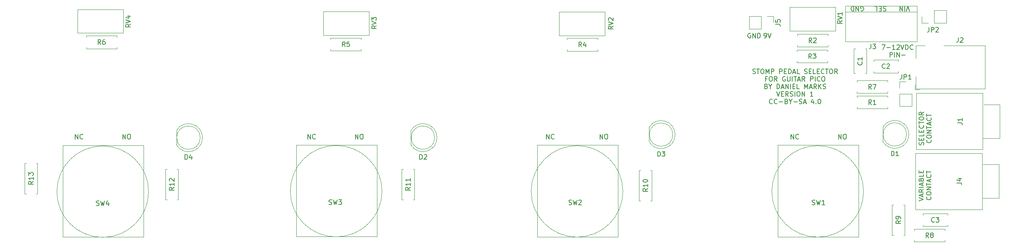
<source format=gbr>
%TF.GenerationSoftware,KiCad,Pcbnew,(6.0.11)*%
%TF.CreationDate,2024-02-11T12:33:00-06:00*%
%TF.ProjectId,StompBox,53746f6d-7042-46f7-982e-6b696361645f,rev?*%
%TF.SameCoordinates,Original*%
%TF.FileFunction,Legend,Top*%
%TF.FilePolarity,Positive*%
%FSLAX46Y46*%
G04 Gerber Fmt 4.6, Leading zero omitted, Abs format (unit mm)*
G04 Created by KiCad (PCBNEW (6.0.11)) date 2024-02-11 12:33:00*
%MOMM*%
%LPD*%
G01*
G04 APERTURE LIST*
%ADD10C,0.150000*%
%ADD11C,0.120000*%
%ADD12C,0.100000*%
G04 APERTURE END LIST*
D10*
X210796285Y-90622380D02*
X210796285Y-89622380D01*
X211367714Y-90622380D01*
X211367714Y-89622380D01*
X212415333Y-90527142D02*
X212367714Y-90574761D01*
X212224857Y-90622380D01*
X212129619Y-90622380D01*
X211986761Y-90574761D01*
X211891523Y-90479523D01*
X211843904Y-90384285D01*
X211796285Y-90193809D01*
X211796285Y-90050952D01*
X211843904Y-89860476D01*
X211891523Y-89765238D01*
X211986761Y-89670000D01*
X212129619Y-89622380D01*
X212224857Y-89622380D01*
X212367714Y-89670000D01*
X212415333Y-89717619D01*
X68532476Y-90622380D02*
X68532476Y-89622380D01*
X69103904Y-90622380D01*
X69103904Y-89622380D01*
X69770571Y-89622380D02*
X69961047Y-89622380D01*
X70056285Y-89670000D01*
X70151523Y-89765238D01*
X70199142Y-89955714D01*
X70199142Y-90289047D01*
X70151523Y-90479523D01*
X70056285Y-90574761D01*
X69961047Y-90622380D01*
X69770571Y-90622380D01*
X69675333Y-90574761D01*
X69580095Y-90479523D01*
X69532476Y-90289047D01*
X69532476Y-89955714D01*
X69580095Y-89765238D01*
X69675333Y-89670000D01*
X69770571Y-89622380D01*
X236007238Y-63307619D02*
X235673904Y-62307619D01*
X235340571Y-63307619D01*
X235007238Y-62307619D02*
X235007238Y-63307619D01*
X234531047Y-62307619D02*
X234531047Y-63307619D01*
X233959619Y-62307619D01*
X233959619Y-63307619D01*
X231034857Y-62355238D02*
X230892000Y-62307619D01*
X230653904Y-62307619D01*
X230558666Y-62355238D01*
X230511047Y-62402857D01*
X230463428Y-62498095D01*
X230463428Y-62593333D01*
X230511047Y-62688571D01*
X230558666Y-62736190D01*
X230653904Y-62783809D01*
X230844380Y-62831428D01*
X230939619Y-62879047D01*
X230987238Y-62926666D01*
X231034857Y-63021904D01*
X231034857Y-63117142D01*
X230987238Y-63212380D01*
X230939619Y-63260000D01*
X230844380Y-63307619D01*
X230606285Y-63307619D01*
X230463428Y-63260000D01*
X230034857Y-62831428D02*
X229701523Y-62831428D01*
X229558666Y-62307619D02*
X230034857Y-62307619D01*
X230034857Y-63307619D01*
X229558666Y-63307619D01*
X228653904Y-62307619D02*
X229130095Y-62307619D01*
X229130095Y-63307619D01*
X239031761Y-91910000D02*
X239079380Y-91767142D01*
X239079380Y-91529047D01*
X239031761Y-91433809D01*
X238984142Y-91386190D01*
X238888904Y-91338571D01*
X238793666Y-91338571D01*
X238698428Y-91386190D01*
X238650809Y-91433809D01*
X238603190Y-91529047D01*
X238555571Y-91719523D01*
X238507952Y-91814761D01*
X238460333Y-91862380D01*
X238365095Y-91910000D01*
X238269857Y-91910000D01*
X238174619Y-91862380D01*
X238127000Y-91814761D01*
X238079380Y-91719523D01*
X238079380Y-91481428D01*
X238127000Y-91338571D01*
X238555571Y-90910000D02*
X238555571Y-90576666D01*
X239079380Y-90433809D02*
X239079380Y-90910000D01*
X238079380Y-90910000D01*
X238079380Y-90433809D01*
X239079380Y-89529047D02*
X239079380Y-90005238D01*
X238079380Y-90005238D01*
X238555571Y-89195714D02*
X238555571Y-88862380D01*
X239079380Y-88719523D02*
X239079380Y-89195714D01*
X238079380Y-89195714D01*
X238079380Y-88719523D01*
X238984142Y-87719523D02*
X239031761Y-87767142D01*
X239079380Y-87910000D01*
X239079380Y-88005238D01*
X239031761Y-88148095D01*
X238936523Y-88243333D01*
X238841285Y-88290952D01*
X238650809Y-88338571D01*
X238507952Y-88338571D01*
X238317476Y-88290952D01*
X238222238Y-88243333D01*
X238127000Y-88148095D01*
X238079380Y-88005238D01*
X238079380Y-87910000D01*
X238127000Y-87767142D01*
X238174619Y-87719523D01*
X238079380Y-87433809D02*
X238079380Y-86862380D01*
X239079380Y-87148095D02*
X238079380Y-87148095D01*
X238079380Y-86338571D02*
X238079380Y-86148095D01*
X238127000Y-86052857D01*
X238222238Y-85957619D01*
X238412714Y-85910000D01*
X238746047Y-85910000D01*
X238936523Y-85957619D01*
X239031761Y-86052857D01*
X239079380Y-86148095D01*
X239079380Y-86338571D01*
X239031761Y-86433809D01*
X238936523Y-86529047D01*
X238746047Y-86576666D01*
X238412714Y-86576666D01*
X238222238Y-86529047D01*
X238127000Y-86433809D01*
X238079380Y-86338571D01*
X239079380Y-84910000D02*
X238603190Y-85243333D01*
X239079380Y-85481428D02*
X238079380Y-85481428D01*
X238079380Y-85100476D01*
X238127000Y-85005238D01*
X238174619Y-84957619D01*
X238269857Y-84910000D01*
X238412714Y-84910000D01*
X238507952Y-84957619D01*
X238555571Y-85005238D01*
X238603190Y-85100476D01*
X238603190Y-85481428D01*
X240594142Y-90838571D02*
X240641761Y-90886190D01*
X240689380Y-91029047D01*
X240689380Y-91124285D01*
X240641761Y-91267142D01*
X240546523Y-91362380D01*
X240451285Y-91410000D01*
X240260809Y-91457619D01*
X240117952Y-91457619D01*
X239927476Y-91410000D01*
X239832238Y-91362380D01*
X239737000Y-91267142D01*
X239689380Y-91124285D01*
X239689380Y-91029047D01*
X239737000Y-90886190D01*
X239784619Y-90838571D01*
X239689380Y-90219523D02*
X239689380Y-90029047D01*
X239737000Y-89933809D01*
X239832238Y-89838571D01*
X240022714Y-89790952D01*
X240356047Y-89790952D01*
X240546523Y-89838571D01*
X240641761Y-89933809D01*
X240689380Y-90029047D01*
X240689380Y-90219523D01*
X240641761Y-90314761D01*
X240546523Y-90410000D01*
X240356047Y-90457619D01*
X240022714Y-90457619D01*
X239832238Y-90410000D01*
X239737000Y-90314761D01*
X239689380Y-90219523D01*
X240689380Y-89362380D02*
X239689380Y-89362380D01*
X240689380Y-88790952D01*
X239689380Y-88790952D01*
X239689380Y-88457619D02*
X239689380Y-87886190D01*
X240689380Y-88171904D02*
X239689380Y-88171904D01*
X240403666Y-87600476D02*
X240403666Y-87124285D01*
X240689380Y-87695714D02*
X239689380Y-87362380D01*
X240689380Y-87029047D01*
X240594142Y-86124285D02*
X240641761Y-86171904D01*
X240689380Y-86314761D01*
X240689380Y-86410000D01*
X240641761Y-86552857D01*
X240546523Y-86648095D01*
X240451285Y-86695714D01*
X240260809Y-86743333D01*
X240117952Y-86743333D01*
X239927476Y-86695714D01*
X239832238Y-86648095D01*
X239737000Y-86552857D01*
X239689380Y-86410000D01*
X239689380Y-86314761D01*
X239737000Y-86171904D01*
X239784619Y-86124285D01*
X239689380Y-85838571D02*
X239689380Y-85267142D01*
X240689380Y-85552857D02*
X239689380Y-85552857D01*
X58396285Y-90622380D02*
X58396285Y-89622380D01*
X58967714Y-90622380D01*
X58967714Y-89622380D01*
X60015333Y-90527142D02*
X59967714Y-90574761D01*
X59824857Y-90622380D01*
X59729619Y-90622380D01*
X59586761Y-90574761D01*
X59491523Y-90479523D01*
X59443904Y-90384285D01*
X59396285Y-90193809D01*
X59396285Y-90050952D01*
X59443904Y-89860476D01*
X59491523Y-89765238D01*
X59586761Y-89670000D01*
X59729619Y-89622380D01*
X59824857Y-89622380D01*
X59967714Y-89670000D01*
X60015333Y-89717619D01*
X205120952Y-69032380D02*
X205311428Y-69032380D01*
X205406666Y-68984761D01*
X205454285Y-68937142D01*
X205549523Y-68794285D01*
X205597142Y-68603809D01*
X205597142Y-68222857D01*
X205549523Y-68127619D01*
X205501904Y-68080000D01*
X205406666Y-68032380D01*
X205216190Y-68032380D01*
X205120952Y-68080000D01*
X205073333Y-68127619D01*
X205025714Y-68222857D01*
X205025714Y-68460952D01*
X205073333Y-68556190D01*
X205120952Y-68603809D01*
X205216190Y-68651428D01*
X205406666Y-68651428D01*
X205501904Y-68603809D01*
X205549523Y-68556190D01*
X205597142Y-68460952D01*
X205882857Y-68032380D02*
X206216190Y-69032380D01*
X206549523Y-68032380D01*
X170132476Y-90622380D02*
X170132476Y-89622380D01*
X170703904Y-90622380D01*
X170703904Y-89622380D01*
X171370571Y-89622380D02*
X171561047Y-89622380D01*
X171656285Y-89670000D01*
X171751523Y-89765238D01*
X171799142Y-89955714D01*
X171799142Y-90289047D01*
X171751523Y-90479523D01*
X171656285Y-90574761D01*
X171561047Y-90622380D01*
X171370571Y-90622380D01*
X171275333Y-90574761D01*
X171180095Y-90479523D01*
X171132476Y-90289047D01*
X171132476Y-89955714D01*
X171180095Y-89765238D01*
X171275333Y-89670000D01*
X171370571Y-89622380D01*
X158726285Y-90622380D02*
X158726285Y-89622380D01*
X159297714Y-90622380D01*
X159297714Y-89622380D01*
X160345333Y-90527142D02*
X160297714Y-90574761D01*
X160154857Y-90622380D01*
X160059619Y-90622380D01*
X159916761Y-90574761D01*
X159821523Y-90479523D01*
X159773904Y-90384285D01*
X159726285Y-90193809D01*
X159726285Y-90050952D01*
X159773904Y-89860476D01*
X159821523Y-89765238D01*
X159916761Y-89670000D01*
X160059619Y-89622380D01*
X160154857Y-89622380D01*
X160297714Y-89670000D01*
X160345333Y-89717619D01*
X118062476Y-90622380D02*
X118062476Y-89622380D01*
X118633904Y-90622380D01*
X118633904Y-89622380D01*
X119300571Y-89622380D02*
X119491047Y-89622380D01*
X119586285Y-89670000D01*
X119681523Y-89765238D01*
X119729142Y-89955714D01*
X119729142Y-90289047D01*
X119681523Y-90479523D01*
X119586285Y-90574761D01*
X119491047Y-90622380D01*
X119300571Y-90622380D01*
X119205333Y-90574761D01*
X119110095Y-90479523D01*
X119062476Y-90289047D01*
X119062476Y-89955714D01*
X119110095Y-89765238D01*
X119205333Y-89670000D01*
X119300571Y-89622380D01*
X230158666Y-70507380D02*
X230825333Y-70507380D01*
X230396761Y-71507380D01*
X231206285Y-71126428D02*
X231968190Y-71126428D01*
X232968190Y-71507380D02*
X232396761Y-71507380D01*
X232682476Y-71507380D02*
X232682476Y-70507380D01*
X232587238Y-70650238D01*
X232492000Y-70745476D01*
X232396761Y-70793095D01*
X233349142Y-70602619D02*
X233396761Y-70555000D01*
X233492000Y-70507380D01*
X233730095Y-70507380D01*
X233825333Y-70555000D01*
X233872952Y-70602619D01*
X233920571Y-70697857D01*
X233920571Y-70793095D01*
X233872952Y-70935952D01*
X233301523Y-71507380D01*
X233920571Y-71507380D01*
X234206285Y-70507380D02*
X234539619Y-71507380D01*
X234872952Y-70507380D01*
X235206285Y-71507380D02*
X235206285Y-70507380D01*
X235444380Y-70507380D01*
X235587238Y-70555000D01*
X235682476Y-70650238D01*
X235730095Y-70745476D01*
X235777714Y-70935952D01*
X235777714Y-71078809D01*
X235730095Y-71269285D01*
X235682476Y-71364523D01*
X235587238Y-71459761D01*
X235444380Y-71507380D01*
X235206285Y-71507380D01*
X236777714Y-71412142D02*
X236730095Y-71459761D01*
X236587238Y-71507380D01*
X236492000Y-71507380D01*
X236349142Y-71459761D01*
X236253904Y-71364523D01*
X236206285Y-71269285D01*
X236158666Y-71078809D01*
X236158666Y-70935952D01*
X236206285Y-70745476D01*
X236253904Y-70650238D01*
X236349142Y-70555000D01*
X236492000Y-70507380D01*
X236587238Y-70507380D01*
X236730095Y-70555000D01*
X236777714Y-70602619D01*
X231849142Y-73117380D02*
X231849142Y-72117380D01*
X232230095Y-72117380D01*
X232325333Y-72165000D01*
X232372952Y-72212619D01*
X232420571Y-72307857D01*
X232420571Y-72450714D01*
X232372952Y-72545952D01*
X232325333Y-72593571D01*
X232230095Y-72641190D01*
X231849142Y-72641190D01*
X232849142Y-73117380D02*
X232849142Y-72117380D01*
X233325333Y-73117380D02*
X233325333Y-72117380D01*
X233896761Y-73117380D01*
X233896761Y-72117380D01*
X234372952Y-72736428D02*
X235134857Y-72736428D01*
X202184095Y-68080000D02*
X202088857Y-68032380D01*
X201946000Y-68032380D01*
X201803142Y-68080000D01*
X201707904Y-68175238D01*
X201660285Y-68270476D01*
X201612666Y-68460952D01*
X201612666Y-68603809D01*
X201660285Y-68794285D01*
X201707904Y-68889523D01*
X201803142Y-68984761D01*
X201946000Y-69032380D01*
X202041238Y-69032380D01*
X202184095Y-68984761D01*
X202231714Y-68937142D01*
X202231714Y-68603809D01*
X202041238Y-68603809D01*
X202660285Y-69032380D02*
X202660285Y-68032380D01*
X203231714Y-69032380D01*
X203231714Y-68032380D01*
X203707904Y-69032380D02*
X203707904Y-68032380D01*
X203946000Y-68032380D01*
X204088857Y-68080000D01*
X204184095Y-68175238D01*
X204231714Y-68270476D01*
X204279333Y-68460952D01*
X204279333Y-68603809D01*
X204231714Y-68794285D01*
X204184095Y-68889523D01*
X204088857Y-68984761D01*
X203946000Y-69032380D01*
X203707904Y-69032380D01*
X238029380Y-103845714D02*
X239029380Y-103512380D01*
X238029380Y-103179047D01*
X238743666Y-102893333D02*
X238743666Y-102417142D01*
X239029380Y-102988571D02*
X238029380Y-102655238D01*
X239029380Y-102321904D01*
X239029380Y-101417142D02*
X238553190Y-101750476D01*
X239029380Y-101988571D02*
X238029380Y-101988571D01*
X238029380Y-101607619D01*
X238077000Y-101512380D01*
X238124619Y-101464761D01*
X238219857Y-101417142D01*
X238362714Y-101417142D01*
X238457952Y-101464761D01*
X238505571Y-101512380D01*
X238553190Y-101607619D01*
X238553190Y-101988571D01*
X239029380Y-100988571D02*
X238029380Y-100988571D01*
X238743666Y-100560000D02*
X238743666Y-100083809D01*
X239029380Y-100655238D02*
X238029380Y-100321904D01*
X239029380Y-99988571D01*
X238505571Y-99321904D02*
X238553190Y-99179047D01*
X238600809Y-99131428D01*
X238696047Y-99083809D01*
X238838904Y-99083809D01*
X238934142Y-99131428D01*
X238981761Y-99179047D01*
X239029380Y-99274285D01*
X239029380Y-99655238D01*
X238029380Y-99655238D01*
X238029380Y-99321904D01*
X238077000Y-99226666D01*
X238124619Y-99179047D01*
X238219857Y-99131428D01*
X238315095Y-99131428D01*
X238410333Y-99179047D01*
X238457952Y-99226666D01*
X238505571Y-99321904D01*
X238505571Y-99655238D01*
X239029380Y-98179047D02*
X239029380Y-98655238D01*
X238029380Y-98655238D01*
X238505571Y-97845714D02*
X238505571Y-97512380D01*
X239029380Y-97369523D02*
X239029380Y-97845714D01*
X238029380Y-97845714D01*
X238029380Y-97369523D01*
X240544142Y-102988571D02*
X240591761Y-103036190D01*
X240639380Y-103179047D01*
X240639380Y-103274285D01*
X240591761Y-103417142D01*
X240496523Y-103512380D01*
X240401285Y-103560000D01*
X240210809Y-103607619D01*
X240067952Y-103607619D01*
X239877476Y-103560000D01*
X239782238Y-103512380D01*
X239687000Y-103417142D01*
X239639380Y-103274285D01*
X239639380Y-103179047D01*
X239687000Y-103036190D01*
X239734619Y-102988571D01*
X239639380Y-102369523D02*
X239639380Y-102179047D01*
X239687000Y-102083809D01*
X239782238Y-101988571D01*
X239972714Y-101940952D01*
X240306047Y-101940952D01*
X240496523Y-101988571D01*
X240591761Y-102083809D01*
X240639380Y-102179047D01*
X240639380Y-102369523D01*
X240591761Y-102464761D01*
X240496523Y-102560000D01*
X240306047Y-102607619D01*
X239972714Y-102607619D01*
X239782238Y-102560000D01*
X239687000Y-102464761D01*
X239639380Y-102369523D01*
X240639380Y-101512380D02*
X239639380Y-101512380D01*
X240639380Y-100940952D01*
X239639380Y-100940952D01*
X239639380Y-100607619D02*
X239639380Y-100036190D01*
X240639380Y-100321904D02*
X239639380Y-100321904D01*
X240353666Y-99750476D02*
X240353666Y-99274285D01*
X240639380Y-99845714D02*
X239639380Y-99512380D01*
X240639380Y-99179047D01*
X240544142Y-98274285D02*
X240591761Y-98321904D01*
X240639380Y-98464761D01*
X240639380Y-98560000D01*
X240591761Y-98702857D01*
X240496523Y-98798095D01*
X240401285Y-98845714D01*
X240210809Y-98893333D01*
X240067952Y-98893333D01*
X239877476Y-98845714D01*
X239782238Y-98798095D01*
X239687000Y-98702857D01*
X239639380Y-98560000D01*
X239639380Y-98464761D01*
X239687000Y-98321904D01*
X239734619Y-98274285D01*
X239639380Y-97988571D02*
X239639380Y-97417142D01*
X240639380Y-97702857D02*
X239639380Y-97702857D01*
X225683904Y-63260000D02*
X225779142Y-63307619D01*
X225922000Y-63307619D01*
X226064857Y-63260000D01*
X226160095Y-63164761D01*
X226207714Y-63069523D01*
X226255333Y-62879047D01*
X226255333Y-62736190D01*
X226207714Y-62545714D01*
X226160095Y-62450476D01*
X226064857Y-62355238D01*
X225922000Y-62307619D01*
X225826761Y-62307619D01*
X225683904Y-62355238D01*
X225636285Y-62402857D01*
X225636285Y-62736190D01*
X225826761Y-62736190D01*
X225207714Y-62307619D02*
X225207714Y-63307619D01*
X224636285Y-62307619D01*
X224636285Y-63307619D01*
X224160095Y-62307619D02*
X224160095Y-63307619D01*
X223922000Y-63307619D01*
X223779142Y-63260000D01*
X223683904Y-63164761D01*
X223636285Y-63069523D01*
X223588666Y-62879047D01*
X223588666Y-62736190D01*
X223636285Y-62545714D01*
X223683904Y-62450476D01*
X223779142Y-62355238D01*
X223922000Y-62307619D01*
X224160095Y-62307619D01*
X202672000Y-76634761D02*
X202814857Y-76682380D01*
X203052952Y-76682380D01*
X203148190Y-76634761D01*
X203195809Y-76587142D01*
X203243428Y-76491904D01*
X203243428Y-76396666D01*
X203195809Y-76301428D01*
X203148190Y-76253809D01*
X203052952Y-76206190D01*
X202862476Y-76158571D01*
X202767238Y-76110952D01*
X202719619Y-76063333D01*
X202672000Y-75968095D01*
X202672000Y-75872857D01*
X202719619Y-75777619D01*
X202767238Y-75730000D01*
X202862476Y-75682380D01*
X203100571Y-75682380D01*
X203243428Y-75730000D01*
X203529142Y-75682380D02*
X204100571Y-75682380D01*
X203814857Y-76682380D02*
X203814857Y-75682380D01*
X204624380Y-75682380D02*
X204814857Y-75682380D01*
X204910095Y-75730000D01*
X205005333Y-75825238D01*
X205052952Y-76015714D01*
X205052952Y-76349047D01*
X205005333Y-76539523D01*
X204910095Y-76634761D01*
X204814857Y-76682380D01*
X204624380Y-76682380D01*
X204529142Y-76634761D01*
X204433904Y-76539523D01*
X204386285Y-76349047D01*
X204386285Y-76015714D01*
X204433904Y-75825238D01*
X204529142Y-75730000D01*
X204624380Y-75682380D01*
X205481523Y-76682380D02*
X205481523Y-75682380D01*
X205814857Y-76396666D01*
X206148190Y-75682380D01*
X206148190Y-76682380D01*
X206624380Y-76682380D02*
X206624380Y-75682380D01*
X207005333Y-75682380D01*
X207100571Y-75730000D01*
X207148190Y-75777619D01*
X207195809Y-75872857D01*
X207195809Y-76015714D01*
X207148190Y-76110952D01*
X207100571Y-76158571D01*
X207005333Y-76206190D01*
X206624380Y-76206190D01*
X208386285Y-76682380D02*
X208386285Y-75682380D01*
X208767238Y-75682380D01*
X208862476Y-75730000D01*
X208910095Y-75777619D01*
X208957714Y-75872857D01*
X208957714Y-76015714D01*
X208910095Y-76110952D01*
X208862476Y-76158571D01*
X208767238Y-76206190D01*
X208386285Y-76206190D01*
X209386285Y-76158571D02*
X209719619Y-76158571D01*
X209862476Y-76682380D02*
X209386285Y-76682380D01*
X209386285Y-75682380D01*
X209862476Y-75682380D01*
X210291047Y-76682380D02*
X210291047Y-75682380D01*
X210529142Y-75682380D01*
X210672000Y-75730000D01*
X210767238Y-75825238D01*
X210814857Y-75920476D01*
X210862476Y-76110952D01*
X210862476Y-76253809D01*
X210814857Y-76444285D01*
X210767238Y-76539523D01*
X210672000Y-76634761D01*
X210529142Y-76682380D01*
X210291047Y-76682380D01*
X211243428Y-76396666D02*
X211719619Y-76396666D01*
X211148190Y-76682380D02*
X211481523Y-75682380D01*
X211814857Y-76682380D01*
X212624380Y-76682380D02*
X212148190Y-76682380D01*
X212148190Y-75682380D01*
X213672000Y-76634761D02*
X213814857Y-76682380D01*
X214052952Y-76682380D01*
X214148190Y-76634761D01*
X214195809Y-76587142D01*
X214243428Y-76491904D01*
X214243428Y-76396666D01*
X214195809Y-76301428D01*
X214148190Y-76253809D01*
X214052952Y-76206190D01*
X213862476Y-76158571D01*
X213767238Y-76110952D01*
X213719619Y-76063333D01*
X213672000Y-75968095D01*
X213672000Y-75872857D01*
X213719619Y-75777619D01*
X213767238Y-75730000D01*
X213862476Y-75682380D01*
X214100571Y-75682380D01*
X214243428Y-75730000D01*
X214672000Y-76158571D02*
X215005333Y-76158571D01*
X215148190Y-76682380D02*
X214672000Y-76682380D01*
X214672000Y-75682380D01*
X215148190Y-75682380D01*
X216052952Y-76682380D02*
X215576761Y-76682380D01*
X215576761Y-75682380D01*
X216386285Y-76158571D02*
X216719619Y-76158571D01*
X216862476Y-76682380D02*
X216386285Y-76682380D01*
X216386285Y-75682380D01*
X216862476Y-75682380D01*
X217862476Y-76587142D02*
X217814857Y-76634761D01*
X217672000Y-76682380D01*
X217576761Y-76682380D01*
X217433904Y-76634761D01*
X217338666Y-76539523D01*
X217291047Y-76444285D01*
X217243428Y-76253809D01*
X217243428Y-76110952D01*
X217291047Y-75920476D01*
X217338666Y-75825238D01*
X217433904Y-75730000D01*
X217576761Y-75682380D01*
X217672000Y-75682380D01*
X217814857Y-75730000D01*
X217862476Y-75777619D01*
X218148190Y-75682380D02*
X218719619Y-75682380D01*
X218433904Y-76682380D02*
X218433904Y-75682380D01*
X219243428Y-75682380D02*
X219433904Y-75682380D01*
X219529142Y-75730000D01*
X219624380Y-75825238D01*
X219672000Y-76015714D01*
X219672000Y-76349047D01*
X219624380Y-76539523D01*
X219529142Y-76634761D01*
X219433904Y-76682380D01*
X219243428Y-76682380D01*
X219148190Y-76634761D01*
X219052952Y-76539523D01*
X219005333Y-76349047D01*
X219005333Y-76015714D01*
X219052952Y-75825238D01*
X219148190Y-75730000D01*
X219243428Y-75682380D01*
X220672000Y-76682380D02*
X220338666Y-76206190D01*
X220100571Y-76682380D02*
X220100571Y-75682380D01*
X220481523Y-75682380D01*
X220576761Y-75730000D01*
X220624380Y-75777619D01*
X220672000Y-75872857D01*
X220672000Y-76015714D01*
X220624380Y-76110952D01*
X220576761Y-76158571D01*
X220481523Y-76206190D01*
X220100571Y-76206190D01*
X205695809Y-77768571D02*
X205362476Y-77768571D01*
X205362476Y-78292380D02*
X205362476Y-77292380D01*
X205838666Y-77292380D01*
X206410095Y-77292380D02*
X206600571Y-77292380D01*
X206695809Y-77340000D01*
X206791047Y-77435238D01*
X206838666Y-77625714D01*
X206838666Y-77959047D01*
X206791047Y-78149523D01*
X206695809Y-78244761D01*
X206600571Y-78292380D01*
X206410095Y-78292380D01*
X206314857Y-78244761D01*
X206219619Y-78149523D01*
X206172000Y-77959047D01*
X206172000Y-77625714D01*
X206219619Y-77435238D01*
X206314857Y-77340000D01*
X206410095Y-77292380D01*
X207838666Y-78292380D02*
X207505333Y-77816190D01*
X207267238Y-78292380D02*
X207267238Y-77292380D01*
X207648190Y-77292380D01*
X207743428Y-77340000D01*
X207791047Y-77387619D01*
X207838666Y-77482857D01*
X207838666Y-77625714D01*
X207791047Y-77720952D01*
X207743428Y-77768571D01*
X207648190Y-77816190D01*
X207267238Y-77816190D01*
X209552952Y-77340000D02*
X209457714Y-77292380D01*
X209314857Y-77292380D01*
X209172000Y-77340000D01*
X209076761Y-77435238D01*
X209029142Y-77530476D01*
X208981523Y-77720952D01*
X208981523Y-77863809D01*
X209029142Y-78054285D01*
X209076761Y-78149523D01*
X209172000Y-78244761D01*
X209314857Y-78292380D01*
X209410095Y-78292380D01*
X209552952Y-78244761D01*
X209600571Y-78197142D01*
X209600571Y-77863809D01*
X209410095Y-77863809D01*
X210029142Y-77292380D02*
X210029142Y-78101904D01*
X210076761Y-78197142D01*
X210124380Y-78244761D01*
X210219619Y-78292380D01*
X210410095Y-78292380D01*
X210505333Y-78244761D01*
X210552952Y-78197142D01*
X210600571Y-78101904D01*
X210600571Y-77292380D01*
X211076761Y-78292380D02*
X211076761Y-77292380D01*
X211410095Y-77292380D02*
X211981523Y-77292380D01*
X211695809Y-78292380D02*
X211695809Y-77292380D01*
X212267238Y-78006666D02*
X212743428Y-78006666D01*
X212172000Y-78292380D02*
X212505333Y-77292380D01*
X212838666Y-78292380D01*
X213743428Y-78292380D02*
X213410095Y-77816190D01*
X213172000Y-78292380D02*
X213172000Y-77292380D01*
X213552952Y-77292380D01*
X213648190Y-77340000D01*
X213695809Y-77387619D01*
X213743428Y-77482857D01*
X213743428Y-77625714D01*
X213695809Y-77720952D01*
X213648190Y-77768571D01*
X213552952Y-77816190D01*
X213172000Y-77816190D01*
X214933904Y-78292380D02*
X214933904Y-77292380D01*
X215314857Y-77292380D01*
X215410095Y-77340000D01*
X215457714Y-77387619D01*
X215505333Y-77482857D01*
X215505333Y-77625714D01*
X215457714Y-77720952D01*
X215410095Y-77768571D01*
X215314857Y-77816190D01*
X214933904Y-77816190D01*
X215933904Y-78292380D02*
X215933904Y-77292380D01*
X216981523Y-78197142D02*
X216933904Y-78244761D01*
X216791047Y-78292380D01*
X216695809Y-78292380D01*
X216552952Y-78244761D01*
X216457714Y-78149523D01*
X216410095Y-78054285D01*
X216362476Y-77863809D01*
X216362476Y-77720952D01*
X216410095Y-77530476D01*
X216457714Y-77435238D01*
X216552952Y-77340000D01*
X216695809Y-77292380D01*
X216791047Y-77292380D01*
X216933904Y-77340000D01*
X216981523Y-77387619D01*
X217600571Y-77292380D02*
X217791047Y-77292380D01*
X217886285Y-77340000D01*
X217981523Y-77435238D01*
X218029142Y-77625714D01*
X218029142Y-77959047D01*
X217981523Y-78149523D01*
X217886285Y-78244761D01*
X217791047Y-78292380D01*
X217600571Y-78292380D01*
X217505333Y-78244761D01*
X217410095Y-78149523D01*
X217362476Y-77959047D01*
X217362476Y-77625714D01*
X217410095Y-77435238D01*
X217505333Y-77340000D01*
X217600571Y-77292380D01*
X205529142Y-79378571D02*
X205672000Y-79426190D01*
X205719619Y-79473809D01*
X205767238Y-79569047D01*
X205767238Y-79711904D01*
X205719619Y-79807142D01*
X205672000Y-79854761D01*
X205576761Y-79902380D01*
X205195809Y-79902380D01*
X205195809Y-78902380D01*
X205529142Y-78902380D01*
X205624380Y-78950000D01*
X205672000Y-78997619D01*
X205719619Y-79092857D01*
X205719619Y-79188095D01*
X205672000Y-79283333D01*
X205624380Y-79330952D01*
X205529142Y-79378571D01*
X205195809Y-79378571D01*
X206386285Y-79426190D02*
X206386285Y-79902380D01*
X206052952Y-78902380D02*
X206386285Y-79426190D01*
X206719619Y-78902380D01*
X207814857Y-79902380D02*
X207814857Y-78902380D01*
X208052952Y-78902380D01*
X208195809Y-78950000D01*
X208291047Y-79045238D01*
X208338666Y-79140476D01*
X208386285Y-79330952D01*
X208386285Y-79473809D01*
X208338666Y-79664285D01*
X208291047Y-79759523D01*
X208195809Y-79854761D01*
X208052952Y-79902380D01*
X207814857Y-79902380D01*
X208767238Y-79616666D02*
X209243428Y-79616666D01*
X208672000Y-79902380D02*
X209005333Y-78902380D01*
X209338666Y-79902380D01*
X209672000Y-79902380D02*
X209672000Y-78902380D01*
X210243428Y-79902380D01*
X210243428Y-78902380D01*
X210719619Y-79902380D02*
X210719619Y-78902380D01*
X211195809Y-79378571D02*
X211529142Y-79378571D01*
X211672000Y-79902380D02*
X211195809Y-79902380D01*
X211195809Y-78902380D01*
X211672000Y-78902380D01*
X212576761Y-79902380D02*
X212100571Y-79902380D01*
X212100571Y-78902380D01*
X213672000Y-79902380D02*
X213672000Y-78902380D01*
X214005333Y-79616666D01*
X214338666Y-78902380D01*
X214338666Y-79902380D01*
X214767238Y-79616666D02*
X215243428Y-79616666D01*
X214672000Y-79902380D02*
X215005333Y-78902380D01*
X215338666Y-79902380D01*
X216243428Y-79902380D02*
X215910095Y-79426190D01*
X215672000Y-79902380D02*
X215672000Y-78902380D01*
X216052952Y-78902380D01*
X216148190Y-78950000D01*
X216195809Y-78997619D01*
X216243428Y-79092857D01*
X216243428Y-79235714D01*
X216195809Y-79330952D01*
X216148190Y-79378571D01*
X216052952Y-79426190D01*
X215672000Y-79426190D01*
X216672000Y-79902380D02*
X216672000Y-78902380D01*
X217243428Y-79902380D02*
X216814857Y-79330952D01*
X217243428Y-78902380D02*
X216672000Y-79473809D01*
X217624380Y-79854761D02*
X217767238Y-79902380D01*
X218005333Y-79902380D01*
X218100571Y-79854761D01*
X218148190Y-79807142D01*
X218195809Y-79711904D01*
X218195809Y-79616666D01*
X218148190Y-79521428D01*
X218100571Y-79473809D01*
X218005333Y-79426190D01*
X217814857Y-79378571D01*
X217719619Y-79330952D01*
X217672000Y-79283333D01*
X217624380Y-79188095D01*
X217624380Y-79092857D01*
X217672000Y-78997619D01*
X217719619Y-78950000D01*
X217814857Y-78902380D01*
X218052952Y-78902380D01*
X218195809Y-78950000D01*
X207767238Y-80512380D02*
X208100571Y-81512380D01*
X208433904Y-80512380D01*
X208767238Y-80988571D02*
X209100571Y-80988571D01*
X209243428Y-81512380D02*
X208767238Y-81512380D01*
X208767238Y-80512380D01*
X209243428Y-80512380D01*
X210243428Y-81512380D02*
X209910095Y-81036190D01*
X209672000Y-81512380D02*
X209672000Y-80512380D01*
X210052952Y-80512380D01*
X210148190Y-80560000D01*
X210195809Y-80607619D01*
X210243428Y-80702857D01*
X210243428Y-80845714D01*
X210195809Y-80940952D01*
X210148190Y-80988571D01*
X210052952Y-81036190D01*
X209672000Y-81036190D01*
X210624380Y-81464761D02*
X210767238Y-81512380D01*
X211005333Y-81512380D01*
X211100571Y-81464761D01*
X211148190Y-81417142D01*
X211195809Y-81321904D01*
X211195809Y-81226666D01*
X211148190Y-81131428D01*
X211100571Y-81083809D01*
X211005333Y-81036190D01*
X210814857Y-80988571D01*
X210719619Y-80940952D01*
X210672000Y-80893333D01*
X210624380Y-80798095D01*
X210624380Y-80702857D01*
X210672000Y-80607619D01*
X210719619Y-80560000D01*
X210814857Y-80512380D01*
X211052952Y-80512380D01*
X211195809Y-80560000D01*
X211624380Y-81512380D02*
X211624380Y-80512380D01*
X212291047Y-80512380D02*
X212481523Y-80512380D01*
X212576761Y-80560000D01*
X212672000Y-80655238D01*
X212719619Y-80845714D01*
X212719619Y-81179047D01*
X212672000Y-81369523D01*
X212576761Y-81464761D01*
X212481523Y-81512380D01*
X212291047Y-81512380D01*
X212195809Y-81464761D01*
X212100571Y-81369523D01*
X212052952Y-81179047D01*
X212052952Y-80845714D01*
X212100571Y-80655238D01*
X212195809Y-80560000D01*
X212291047Y-80512380D01*
X213148190Y-81512380D02*
X213148190Y-80512380D01*
X213719619Y-81512380D01*
X213719619Y-80512380D01*
X215481523Y-81512380D02*
X214910095Y-81512380D01*
X215195809Y-81512380D02*
X215195809Y-80512380D01*
X215100571Y-80655238D01*
X215005333Y-80750476D01*
X214910095Y-80798095D01*
X206838666Y-83027142D02*
X206791047Y-83074761D01*
X206648190Y-83122380D01*
X206552952Y-83122380D01*
X206410095Y-83074761D01*
X206314857Y-82979523D01*
X206267238Y-82884285D01*
X206219619Y-82693809D01*
X206219619Y-82550952D01*
X206267238Y-82360476D01*
X206314857Y-82265238D01*
X206410095Y-82170000D01*
X206552952Y-82122380D01*
X206648190Y-82122380D01*
X206791047Y-82170000D01*
X206838666Y-82217619D01*
X207838666Y-83027142D02*
X207791047Y-83074761D01*
X207648190Y-83122380D01*
X207552952Y-83122380D01*
X207410095Y-83074761D01*
X207314857Y-82979523D01*
X207267238Y-82884285D01*
X207219619Y-82693809D01*
X207219619Y-82550952D01*
X207267238Y-82360476D01*
X207314857Y-82265238D01*
X207410095Y-82170000D01*
X207552952Y-82122380D01*
X207648190Y-82122380D01*
X207791047Y-82170000D01*
X207838666Y-82217619D01*
X208267238Y-82741428D02*
X209029142Y-82741428D01*
X209838666Y-82598571D02*
X209981523Y-82646190D01*
X210029142Y-82693809D01*
X210076761Y-82789047D01*
X210076761Y-82931904D01*
X210029142Y-83027142D01*
X209981523Y-83074761D01*
X209886285Y-83122380D01*
X209505333Y-83122380D01*
X209505333Y-82122380D01*
X209838666Y-82122380D01*
X209933904Y-82170000D01*
X209981523Y-82217619D01*
X210029142Y-82312857D01*
X210029142Y-82408095D01*
X209981523Y-82503333D01*
X209933904Y-82550952D01*
X209838666Y-82598571D01*
X209505333Y-82598571D01*
X210695809Y-82646190D02*
X210695809Y-83122380D01*
X210362476Y-82122380D02*
X210695809Y-82646190D01*
X211029142Y-82122380D01*
X211362476Y-82741428D02*
X212124380Y-82741428D01*
X212552952Y-83074761D02*
X212695809Y-83122380D01*
X212933904Y-83122380D01*
X213029142Y-83074761D01*
X213076761Y-83027142D01*
X213124380Y-82931904D01*
X213124380Y-82836666D01*
X213076761Y-82741428D01*
X213029142Y-82693809D01*
X212933904Y-82646190D01*
X212743428Y-82598571D01*
X212648190Y-82550952D01*
X212600571Y-82503333D01*
X212552952Y-82408095D01*
X212552952Y-82312857D01*
X212600571Y-82217619D01*
X212648190Y-82170000D01*
X212743428Y-82122380D01*
X212981523Y-82122380D01*
X213124380Y-82170000D01*
X213505333Y-82836666D02*
X213981523Y-82836666D01*
X213410095Y-83122380D02*
X213743428Y-82122380D01*
X214076761Y-83122380D01*
X215600571Y-82455714D02*
X215600571Y-83122380D01*
X215362476Y-82074761D02*
X215124380Y-82789047D01*
X215743428Y-82789047D01*
X216124380Y-83027142D02*
X216172000Y-83074761D01*
X216124380Y-83122380D01*
X216076761Y-83074761D01*
X216124380Y-83027142D01*
X216124380Y-83122380D01*
X216791047Y-82122380D02*
X216886285Y-82122380D01*
X216981523Y-82170000D01*
X217029142Y-82217619D01*
X217076761Y-82312857D01*
X217124380Y-82503333D01*
X217124380Y-82741428D01*
X217076761Y-82931904D01*
X217029142Y-83027142D01*
X216981523Y-83074761D01*
X216886285Y-83122380D01*
X216791047Y-83122380D01*
X216695809Y-83074761D01*
X216648190Y-83027142D01*
X216600571Y-82931904D01*
X216552952Y-82741428D01*
X216552952Y-82503333D01*
X216600571Y-82312857D01*
X216648190Y-82217619D01*
X216695809Y-82170000D01*
X216791047Y-82122380D01*
X107926285Y-90622380D02*
X107926285Y-89622380D01*
X108497714Y-90622380D01*
X108497714Y-89622380D01*
X109545333Y-90527142D02*
X109497714Y-90574761D01*
X109354857Y-90622380D01*
X109259619Y-90622380D01*
X109116761Y-90574761D01*
X109021523Y-90479523D01*
X108973904Y-90384285D01*
X108926285Y-90193809D01*
X108926285Y-90050952D01*
X108973904Y-89860476D01*
X109021523Y-89765238D01*
X109116761Y-89670000D01*
X109259619Y-89622380D01*
X109354857Y-89622380D01*
X109497714Y-89670000D01*
X109545333Y-89717619D01*
X220932476Y-90622380D02*
X220932476Y-89622380D01*
X221503904Y-90622380D01*
X221503904Y-89622380D01*
X222170571Y-89622380D02*
X222361047Y-89622380D01*
X222456285Y-89670000D01*
X222551523Y-89765238D01*
X222599142Y-89955714D01*
X222599142Y-90289047D01*
X222551523Y-90479523D01*
X222456285Y-90574761D01*
X222361047Y-90622380D01*
X222170571Y-90622380D01*
X222075333Y-90574761D01*
X221980095Y-90479523D01*
X221932476Y-90289047D01*
X221932476Y-89955714D01*
X221980095Y-89765238D01*
X222075333Y-89670000D01*
X222170571Y-89622380D01*
%TO.C,JP2*%
X240212666Y-66762380D02*
X240212666Y-67476666D01*
X240165047Y-67619523D01*
X240069809Y-67714761D01*
X239926952Y-67762380D01*
X239831714Y-67762380D01*
X240688857Y-67762380D02*
X240688857Y-66762380D01*
X241069809Y-66762380D01*
X241165047Y-66810000D01*
X241212666Y-66857619D01*
X241260285Y-66952857D01*
X241260285Y-67095714D01*
X241212666Y-67190952D01*
X241165047Y-67238571D01*
X241069809Y-67286190D01*
X240688857Y-67286190D01*
X241641238Y-66857619D02*
X241688857Y-66810000D01*
X241784095Y-66762380D01*
X242022190Y-66762380D01*
X242117428Y-66810000D01*
X242165047Y-66857619D01*
X242212666Y-66952857D01*
X242212666Y-67048095D01*
X242165047Y-67190952D01*
X241593619Y-67762380D01*
X242212666Y-67762380D01*
%TO.C,R1*%
X227925333Y-83256380D02*
X227592000Y-82780190D01*
X227353904Y-83256380D02*
X227353904Y-82256380D01*
X227734857Y-82256380D01*
X227830095Y-82304000D01*
X227877714Y-82351619D01*
X227925333Y-82446857D01*
X227925333Y-82589714D01*
X227877714Y-82684952D01*
X227830095Y-82732571D01*
X227734857Y-82780190D01*
X227353904Y-82780190D01*
X228877714Y-83256380D02*
X228306285Y-83256380D01*
X228592000Y-83256380D02*
X228592000Y-82256380D01*
X228496761Y-82399238D01*
X228401523Y-82494476D01*
X228306285Y-82542095D01*
%TO.C,R10*%
X180284380Y-101226857D02*
X179808190Y-101560190D01*
X180284380Y-101798285D02*
X179284380Y-101798285D01*
X179284380Y-101417333D01*
X179332000Y-101322095D01*
X179379619Y-101274476D01*
X179474857Y-101226857D01*
X179617714Y-101226857D01*
X179712952Y-101274476D01*
X179760571Y-101322095D01*
X179808190Y-101417333D01*
X179808190Y-101798285D01*
X180284380Y-100274476D02*
X180284380Y-100845904D01*
X180284380Y-100560190D02*
X179284380Y-100560190D01*
X179427238Y-100655428D01*
X179522476Y-100750666D01*
X179570095Y-100845904D01*
X179284380Y-99655428D02*
X179284380Y-99560190D01*
X179332000Y-99464952D01*
X179379619Y-99417333D01*
X179474857Y-99369714D01*
X179665333Y-99322095D01*
X179903428Y-99322095D01*
X180093904Y-99369714D01*
X180189142Y-99417333D01*
X180236761Y-99464952D01*
X180284380Y-99560190D01*
X180284380Y-99655428D01*
X180236761Y-99750666D01*
X180189142Y-99798285D01*
X180093904Y-99845904D01*
X179903428Y-99893523D01*
X179665333Y-99893523D01*
X179474857Y-99845904D01*
X179379619Y-99798285D01*
X179332000Y-99750666D01*
X179284380Y-99655428D01*
%TO.C,RV3*%
X122532380Y-66455238D02*
X122056190Y-66788571D01*
X122532380Y-67026666D02*
X121532380Y-67026666D01*
X121532380Y-66645714D01*
X121580000Y-66550476D01*
X121627619Y-66502857D01*
X121722857Y-66455238D01*
X121865714Y-66455238D01*
X121960952Y-66502857D01*
X122008571Y-66550476D01*
X122056190Y-66645714D01*
X122056190Y-67026666D01*
X121532380Y-66169523D02*
X122532380Y-65836190D01*
X121532380Y-65502857D01*
X121532380Y-65264761D02*
X121532380Y-64645714D01*
X121913333Y-64979047D01*
X121913333Y-64836190D01*
X121960952Y-64740952D01*
X122008571Y-64693333D01*
X122103809Y-64645714D01*
X122341904Y-64645714D01*
X122437142Y-64693333D01*
X122484761Y-64740952D01*
X122532380Y-64836190D01*
X122532380Y-65121904D01*
X122484761Y-65217142D01*
X122437142Y-65264761D01*
%TO.C,J1*%
X246282380Y-87193333D02*
X246996666Y-87193333D01*
X247139523Y-87240952D01*
X247234761Y-87336190D01*
X247282380Y-87479047D01*
X247282380Y-87574285D01*
X247282380Y-86193333D02*
X247282380Y-86764761D01*
X247282380Y-86479047D02*
X246282380Y-86479047D01*
X246425238Y-86574285D01*
X246520476Y-86669523D01*
X246568095Y-86764761D01*
%TO.C,D3*%
X182433904Y-94342380D02*
X182433904Y-93342380D01*
X182672000Y-93342380D01*
X182814857Y-93390000D01*
X182910095Y-93485238D01*
X182957714Y-93580476D01*
X183005333Y-93770952D01*
X183005333Y-93913809D01*
X182957714Y-94104285D01*
X182910095Y-94199523D01*
X182814857Y-94294761D01*
X182672000Y-94342380D01*
X182433904Y-94342380D01*
X183338666Y-93342380D02*
X183957714Y-93342380D01*
X183624380Y-93723333D01*
X183767238Y-93723333D01*
X183862476Y-93770952D01*
X183910095Y-93818571D01*
X183957714Y-93913809D01*
X183957714Y-94151904D01*
X183910095Y-94247142D01*
X183862476Y-94294761D01*
X183767238Y-94342380D01*
X183481523Y-94342380D01*
X183386285Y-94294761D01*
X183338666Y-94247142D01*
%TO.C,J3*%
X227828666Y-70342380D02*
X227828666Y-71056666D01*
X227781047Y-71199523D01*
X227685809Y-71294761D01*
X227542952Y-71342380D01*
X227447714Y-71342380D01*
X228209619Y-70342380D02*
X228828666Y-70342380D01*
X228495333Y-70723333D01*
X228638190Y-70723333D01*
X228733428Y-70770952D01*
X228781047Y-70818571D01*
X228828666Y-70913809D01*
X228828666Y-71151904D01*
X228781047Y-71247142D01*
X228733428Y-71294761D01*
X228638190Y-71342380D01*
X228352476Y-71342380D01*
X228257238Y-71294761D01*
X228209619Y-71247142D01*
%TO.C,R3*%
X215145333Y-73422380D02*
X214812000Y-72946190D01*
X214573904Y-73422380D02*
X214573904Y-72422380D01*
X214954857Y-72422380D01*
X215050095Y-72470000D01*
X215097714Y-72517619D01*
X215145333Y-72612857D01*
X215145333Y-72755714D01*
X215097714Y-72850952D01*
X215050095Y-72898571D01*
X214954857Y-72946190D01*
X214573904Y-72946190D01*
X215478666Y-72422380D02*
X216097714Y-72422380D01*
X215764380Y-72803333D01*
X215907238Y-72803333D01*
X216002476Y-72850952D01*
X216050095Y-72898571D01*
X216097714Y-72993809D01*
X216097714Y-73231904D01*
X216050095Y-73327142D01*
X216002476Y-73374761D01*
X215907238Y-73422380D01*
X215621523Y-73422380D01*
X215526285Y-73374761D01*
X215478666Y-73327142D01*
%TO.C,SW4*%
X62928666Y-104798761D02*
X63071523Y-104846380D01*
X63309619Y-104846380D01*
X63404857Y-104798761D01*
X63452476Y-104751142D01*
X63500095Y-104655904D01*
X63500095Y-104560666D01*
X63452476Y-104465428D01*
X63404857Y-104417809D01*
X63309619Y-104370190D01*
X63119142Y-104322571D01*
X63023904Y-104274952D01*
X62976285Y-104227333D01*
X62928666Y-104132095D01*
X62928666Y-104036857D01*
X62976285Y-103941619D01*
X63023904Y-103894000D01*
X63119142Y-103846380D01*
X63357238Y-103846380D01*
X63500095Y-103894000D01*
X63833428Y-103846380D02*
X64071523Y-104846380D01*
X64262000Y-104132095D01*
X64452476Y-104846380D01*
X64690571Y-103846380D01*
X65500095Y-104179714D02*
X65500095Y-104846380D01*
X65262000Y-103798761D02*
X65023904Y-104513047D01*
X65642952Y-104513047D01*
%TO.C,R8*%
X240117333Y-111704380D02*
X239784000Y-111228190D01*
X239545904Y-111704380D02*
X239545904Y-110704380D01*
X239926857Y-110704380D01*
X240022095Y-110752000D01*
X240069714Y-110799619D01*
X240117333Y-110894857D01*
X240117333Y-111037714D01*
X240069714Y-111132952D01*
X240022095Y-111180571D01*
X239926857Y-111228190D01*
X239545904Y-111228190D01*
X240688761Y-111132952D02*
X240593523Y-111085333D01*
X240545904Y-111037714D01*
X240498285Y-110942476D01*
X240498285Y-110894857D01*
X240545904Y-110799619D01*
X240593523Y-110752000D01*
X240688761Y-110704380D01*
X240879238Y-110704380D01*
X240974476Y-110752000D01*
X241022095Y-110799619D01*
X241069714Y-110894857D01*
X241069714Y-110942476D01*
X241022095Y-111037714D01*
X240974476Y-111085333D01*
X240879238Y-111132952D01*
X240688761Y-111132952D01*
X240593523Y-111180571D01*
X240545904Y-111228190D01*
X240498285Y-111323428D01*
X240498285Y-111513904D01*
X240545904Y-111609142D01*
X240593523Y-111656761D01*
X240688761Y-111704380D01*
X240879238Y-111704380D01*
X240974476Y-111656761D01*
X241022095Y-111609142D01*
X241069714Y-111513904D01*
X241069714Y-111323428D01*
X241022095Y-111228190D01*
X240974476Y-111180571D01*
X240879238Y-111132952D01*
%TO.C,RV1*%
X221686380Y-65365238D02*
X221210190Y-65698571D01*
X221686380Y-65936666D02*
X220686380Y-65936666D01*
X220686380Y-65555714D01*
X220734000Y-65460476D01*
X220781619Y-65412857D01*
X220876857Y-65365238D01*
X221019714Y-65365238D01*
X221114952Y-65412857D01*
X221162571Y-65460476D01*
X221210190Y-65555714D01*
X221210190Y-65936666D01*
X220686380Y-65079523D02*
X221686380Y-64746190D01*
X220686380Y-64412857D01*
X221686380Y-63555714D02*
X221686380Y-64127142D01*
X221686380Y-63841428D02*
X220686380Y-63841428D01*
X220829238Y-63936666D01*
X220924476Y-64031904D01*
X220972095Y-64127142D01*
%TO.C,J2*%
X246426666Y-68982380D02*
X246426666Y-69696666D01*
X246379047Y-69839523D01*
X246283809Y-69934761D01*
X246140952Y-69982380D01*
X246045714Y-69982380D01*
X246855238Y-69077619D02*
X246902857Y-69030000D01*
X246998095Y-68982380D01*
X247236190Y-68982380D01*
X247331428Y-69030000D01*
X247379047Y-69077619D01*
X247426666Y-69172857D01*
X247426666Y-69268095D01*
X247379047Y-69410952D01*
X246807619Y-69982380D01*
X247426666Y-69982380D01*
%TO.C,SW2*%
X163518666Y-104644761D02*
X163661523Y-104692380D01*
X163899619Y-104692380D01*
X163994857Y-104644761D01*
X164042476Y-104597142D01*
X164090095Y-104501904D01*
X164090095Y-104406666D01*
X164042476Y-104311428D01*
X163994857Y-104263809D01*
X163899619Y-104216190D01*
X163709142Y-104168571D01*
X163613904Y-104120952D01*
X163566285Y-104073333D01*
X163518666Y-103978095D01*
X163518666Y-103882857D01*
X163566285Y-103787619D01*
X163613904Y-103740000D01*
X163709142Y-103692380D01*
X163947238Y-103692380D01*
X164090095Y-103740000D01*
X164423428Y-103692380D02*
X164661523Y-104692380D01*
X164852000Y-103978095D01*
X165042476Y-104692380D01*
X165280571Y-103692380D01*
X165613904Y-103787619D02*
X165661523Y-103740000D01*
X165756761Y-103692380D01*
X165994857Y-103692380D01*
X166090095Y-103740000D01*
X166137714Y-103787619D01*
X166185333Y-103882857D01*
X166185333Y-103978095D01*
X166137714Y-104120952D01*
X165566285Y-104692380D01*
X166185333Y-104692380D01*
%TO.C,R13*%
X49474380Y-99702857D02*
X48998190Y-100036190D01*
X49474380Y-100274285D02*
X48474380Y-100274285D01*
X48474380Y-99893333D01*
X48522000Y-99798095D01*
X48569619Y-99750476D01*
X48664857Y-99702857D01*
X48807714Y-99702857D01*
X48902952Y-99750476D01*
X48950571Y-99798095D01*
X48998190Y-99893333D01*
X48998190Y-100274285D01*
X49474380Y-98750476D02*
X49474380Y-99321904D01*
X49474380Y-99036190D02*
X48474380Y-99036190D01*
X48617238Y-99131428D01*
X48712476Y-99226666D01*
X48760095Y-99321904D01*
X48474380Y-98417142D02*
X48474380Y-97798095D01*
X48855333Y-98131428D01*
X48855333Y-97988571D01*
X48902952Y-97893333D01*
X48950571Y-97845714D01*
X49045809Y-97798095D01*
X49283904Y-97798095D01*
X49379142Y-97845714D01*
X49426761Y-97893333D01*
X49474380Y-97988571D01*
X49474380Y-98274285D01*
X49426761Y-98369523D01*
X49379142Y-98417142D01*
%TO.C,R11*%
X129738380Y-100972857D02*
X129262190Y-101306190D01*
X129738380Y-101544285D02*
X128738380Y-101544285D01*
X128738380Y-101163333D01*
X128786000Y-101068095D01*
X128833619Y-101020476D01*
X128928857Y-100972857D01*
X129071714Y-100972857D01*
X129166952Y-101020476D01*
X129214571Y-101068095D01*
X129262190Y-101163333D01*
X129262190Y-101544285D01*
X129738380Y-100020476D02*
X129738380Y-100591904D01*
X129738380Y-100306190D02*
X128738380Y-100306190D01*
X128881238Y-100401428D01*
X128976476Y-100496666D01*
X129024095Y-100591904D01*
X129738380Y-99068095D02*
X129738380Y-99639523D01*
X129738380Y-99353809D02*
X128738380Y-99353809D01*
X128881238Y-99449047D01*
X128976476Y-99544285D01*
X129024095Y-99639523D01*
%TO.C,JP1*%
X234398666Y-76872380D02*
X234398666Y-77586666D01*
X234351047Y-77729523D01*
X234255809Y-77824761D01*
X234112952Y-77872380D01*
X234017714Y-77872380D01*
X234874857Y-77872380D02*
X234874857Y-76872380D01*
X235255809Y-76872380D01*
X235351047Y-76920000D01*
X235398666Y-76967619D01*
X235446285Y-77062857D01*
X235446285Y-77205714D01*
X235398666Y-77300952D01*
X235351047Y-77348571D01*
X235255809Y-77396190D01*
X234874857Y-77396190D01*
X236398666Y-77872380D02*
X235827238Y-77872380D01*
X236112952Y-77872380D02*
X236112952Y-76872380D01*
X236017714Y-77015238D01*
X235922476Y-77110476D01*
X235827238Y-77158095D01*
%TO.C,J4*%
X246142380Y-100033333D02*
X246856666Y-100033333D01*
X246999523Y-100080952D01*
X247094761Y-100176190D01*
X247142380Y-100319047D01*
X247142380Y-100414285D01*
X246475714Y-99128571D02*
X247142380Y-99128571D01*
X246094761Y-99366666D02*
X246809047Y-99604761D01*
X246809047Y-98985714D01*
%TO.C,RV2*%
X172922380Y-66535238D02*
X172446190Y-66868571D01*
X172922380Y-67106666D02*
X171922380Y-67106666D01*
X171922380Y-66725714D01*
X171970000Y-66630476D01*
X172017619Y-66582857D01*
X172112857Y-66535238D01*
X172255714Y-66535238D01*
X172350952Y-66582857D01*
X172398571Y-66630476D01*
X172446190Y-66725714D01*
X172446190Y-67106666D01*
X171922380Y-66249523D02*
X172922380Y-65916190D01*
X171922380Y-65582857D01*
X172017619Y-65297142D02*
X171970000Y-65249523D01*
X171922380Y-65154285D01*
X171922380Y-64916190D01*
X171970000Y-64820952D01*
X172017619Y-64773333D01*
X172112857Y-64725714D01*
X172208095Y-64725714D01*
X172350952Y-64773333D01*
X172922380Y-65344761D01*
X172922380Y-64725714D01*
%TO.C,D2*%
X131753904Y-94982380D02*
X131753904Y-93982380D01*
X131992000Y-93982380D01*
X132134857Y-94030000D01*
X132230095Y-94125238D01*
X132277714Y-94220476D01*
X132325333Y-94410952D01*
X132325333Y-94553809D01*
X132277714Y-94744285D01*
X132230095Y-94839523D01*
X132134857Y-94934761D01*
X131992000Y-94982380D01*
X131753904Y-94982380D01*
X132706285Y-94077619D02*
X132753904Y-94030000D01*
X132849142Y-93982380D01*
X133087238Y-93982380D01*
X133182476Y-94030000D01*
X133230095Y-94077619D01*
X133277714Y-94172857D01*
X133277714Y-94268095D01*
X133230095Y-94410952D01*
X132658666Y-94982380D01*
X133277714Y-94982380D01*
%TO.C,R9*%
X234132380Y-108116666D02*
X233656190Y-108450000D01*
X234132380Y-108688095D02*
X233132380Y-108688095D01*
X233132380Y-108307142D01*
X233180000Y-108211904D01*
X233227619Y-108164285D01*
X233322857Y-108116666D01*
X233465714Y-108116666D01*
X233560952Y-108164285D01*
X233608571Y-108211904D01*
X233656190Y-108307142D01*
X233656190Y-108688095D01*
X234132380Y-107640476D02*
X234132380Y-107450000D01*
X234084761Y-107354761D01*
X234037142Y-107307142D01*
X233894285Y-107211904D01*
X233703809Y-107164285D01*
X233322857Y-107164285D01*
X233227619Y-107211904D01*
X233180000Y-107259523D01*
X233132380Y-107354761D01*
X233132380Y-107545238D01*
X233180000Y-107640476D01*
X233227619Y-107688095D01*
X233322857Y-107735714D01*
X233560952Y-107735714D01*
X233656190Y-107688095D01*
X233703809Y-107640476D01*
X233751428Y-107545238D01*
X233751428Y-107354761D01*
X233703809Y-107259523D01*
X233656190Y-107211904D01*
X233560952Y-107164285D01*
%TO.C,C1*%
X225899142Y-74176666D02*
X225946761Y-74224285D01*
X225994380Y-74367142D01*
X225994380Y-74462380D01*
X225946761Y-74605238D01*
X225851523Y-74700476D01*
X225756285Y-74748095D01*
X225565809Y-74795714D01*
X225422952Y-74795714D01*
X225232476Y-74748095D01*
X225137238Y-74700476D01*
X225042000Y-74605238D01*
X224994380Y-74462380D01*
X224994380Y-74367142D01*
X225042000Y-74224285D01*
X225089619Y-74176666D01*
X225994380Y-73224285D02*
X225994380Y-73795714D01*
X225994380Y-73510000D02*
X224994380Y-73510000D01*
X225137238Y-73605238D01*
X225232476Y-73700476D01*
X225280095Y-73795714D01*
%TO.C,R5*%
X115873333Y-70882380D02*
X115540000Y-70406190D01*
X115301904Y-70882380D02*
X115301904Y-69882380D01*
X115682857Y-69882380D01*
X115778095Y-69930000D01*
X115825714Y-69977619D01*
X115873333Y-70072857D01*
X115873333Y-70215714D01*
X115825714Y-70310952D01*
X115778095Y-70358571D01*
X115682857Y-70406190D01*
X115301904Y-70406190D01*
X116778095Y-69882380D02*
X116301904Y-69882380D01*
X116254285Y-70358571D01*
X116301904Y-70310952D01*
X116397142Y-70263333D01*
X116635238Y-70263333D01*
X116730476Y-70310952D01*
X116778095Y-70358571D01*
X116825714Y-70453809D01*
X116825714Y-70691904D01*
X116778095Y-70787142D01*
X116730476Y-70834761D01*
X116635238Y-70882380D01*
X116397142Y-70882380D01*
X116301904Y-70834761D01*
X116254285Y-70787142D01*
%TO.C,D1*%
X232179904Y-94254380D02*
X232179904Y-93254380D01*
X232418000Y-93254380D01*
X232560857Y-93302000D01*
X232656095Y-93397238D01*
X232703714Y-93492476D01*
X232751333Y-93682952D01*
X232751333Y-93825809D01*
X232703714Y-94016285D01*
X232656095Y-94111523D01*
X232560857Y-94206761D01*
X232418000Y-94254380D01*
X232179904Y-94254380D01*
X233703714Y-94254380D02*
X233132285Y-94254380D01*
X233418000Y-94254380D02*
X233418000Y-93254380D01*
X233322761Y-93397238D01*
X233227523Y-93492476D01*
X233132285Y-93540095D01*
%TO.C,SW1*%
X215328666Y-104651115D02*
X215471523Y-104698734D01*
X215709619Y-104698734D01*
X215804857Y-104651115D01*
X215852476Y-104603496D01*
X215900095Y-104508258D01*
X215900095Y-104413020D01*
X215852476Y-104317782D01*
X215804857Y-104270163D01*
X215709619Y-104222544D01*
X215519142Y-104174925D01*
X215423904Y-104127306D01*
X215376285Y-104079687D01*
X215328666Y-103984449D01*
X215328666Y-103889211D01*
X215376285Y-103793973D01*
X215423904Y-103746354D01*
X215519142Y-103698734D01*
X215757238Y-103698734D01*
X215900095Y-103746354D01*
X216233428Y-103698734D02*
X216471523Y-104698734D01*
X216662000Y-103984449D01*
X216852476Y-104698734D01*
X217090571Y-103698734D01*
X217995333Y-104698734D02*
X217423904Y-104698734D01*
X217709619Y-104698734D02*
X217709619Y-103698734D01*
X217614380Y-103841592D01*
X217519142Y-103936830D01*
X217423904Y-103984449D01*
%TO.C,SW3*%
X112458666Y-104604761D02*
X112601523Y-104652380D01*
X112839619Y-104652380D01*
X112934857Y-104604761D01*
X112982476Y-104557142D01*
X113030095Y-104461904D01*
X113030095Y-104366666D01*
X112982476Y-104271428D01*
X112934857Y-104223809D01*
X112839619Y-104176190D01*
X112649142Y-104128571D01*
X112553904Y-104080952D01*
X112506285Y-104033333D01*
X112458666Y-103938095D01*
X112458666Y-103842857D01*
X112506285Y-103747619D01*
X112553904Y-103700000D01*
X112649142Y-103652380D01*
X112887238Y-103652380D01*
X113030095Y-103700000D01*
X113363428Y-103652380D02*
X113601523Y-104652380D01*
X113792000Y-103938095D01*
X113982476Y-104652380D01*
X114220571Y-103652380D01*
X114506285Y-103652380D02*
X115125333Y-103652380D01*
X114792000Y-104033333D01*
X114934857Y-104033333D01*
X115030095Y-104080952D01*
X115077714Y-104128571D01*
X115125333Y-104223809D01*
X115125333Y-104461904D01*
X115077714Y-104557142D01*
X115030095Y-104604761D01*
X114934857Y-104652380D01*
X114649142Y-104652380D01*
X114553904Y-104604761D01*
X114506285Y-104557142D01*
%TO.C,R6*%
X63843333Y-70422380D02*
X63510000Y-69946190D01*
X63271904Y-70422380D02*
X63271904Y-69422380D01*
X63652857Y-69422380D01*
X63748095Y-69470000D01*
X63795714Y-69517619D01*
X63843333Y-69612857D01*
X63843333Y-69755714D01*
X63795714Y-69850952D01*
X63748095Y-69898571D01*
X63652857Y-69946190D01*
X63271904Y-69946190D01*
X64700476Y-69422380D02*
X64510000Y-69422380D01*
X64414761Y-69470000D01*
X64367142Y-69517619D01*
X64271904Y-69660476D01*
X64224285Y-69850952D01*
X64224285Y-70231904D01*
X64271904Y-70327142D01*
X64319523Y-70374761D01*
X64414761Y-70422380D01*
X64605238Y-70422380D01*
X64700476Y-70374761D01*
X64748095Y-70327142D01*
X64795714Y-70231904D01*
X64795714Y-69993809D01*
X64748095Y-69898571D01*
X64700476Y-69850952D01*
X64605238Y-69803333D01*
X64414761Y-69803333D01*
X64319523Y-69850952D01*
X64271904Y-69898571D01*
X64224285Y-69993809D01*
%TO.C,J5*%
X207522380Y-66119333D02*
X208236666Y-66119333D01*
X208379523Y-66166952D01*
X208474761Y-66262190D01*
X208522380Y-66405047D01*
X208522380Y-66500285D01*
X207522380Y-65166952D02*
X207522380Y-65643142D01*
X207998571Y-65690761D01*
X207950952Y-65643142D01*
X207903333Y-65547904D01*
X207903333Y-65309809D01*
X207950952Y-65214571D01*
X207998571Y-65166952D01*
X208093809Y-65119333D01*
X208331904Y-65119333D01*
X208427142Y-65166952D01*
X208474761Y-65214571D01*
X208522380Y-65309809D01*
X208522380Y-65547904D01*
X208474761Y-65643142D01*
X208427142Y-65690761D01*
%TO.C,D4*%
X81788904Y-94992380D02*
X81788904Y-93992380D01*
X82027000Y-93992380D01*
X82169857Y-94040000D01*
X82265095Y-94135238D01*
X82312714Y-94230476D01*
X82360333Y-94420952D01*
X82360333Y-94563809D01*
X82312714Y-94754285D01*
X82265095Y-94849523D01*
X82169857Y-94944761D01*
X82027000Y-94992380D01*
X81788904Y-94992380D01*
X83217476Y-94325714D02*
X83217476Y-94992380D01*
X82979380Y-93944761D02*
X82741285Y-94659047D01*
X83360333Y-94659047D01*
%TO.C,C2*%
X230845333Y-75477142D02*
X230797714Y-75524761D01*
X230654857Y-75572380D01*
X230559619Y-75572380D01*
X230416761Y-75524761D01*
X230321523Y-75429523D01*
X230273904Y-75334285D01*
X230226285Y-75143809D01*
X230226285Y-75000952D01*
X230273904Y-74810476D01*
X230321523Y-74715238D01*
X230416761Y-74620000D01*
X230559619Y-74572380D01*
X230654857Y-74572380D01*
X230797714Y-74620000D01*
X230845333Y-74667619D01*
X231226285Y-74667619D02*
X231273904Y-74620000D01*
X231369142Y-74572380D01*
X231607238Y-74572380D01*
X231702476Y-74620000D01*
X231750095Y-74667619D01*
X231797714Y-74762857D01*
X231797714Y-74858095D01*
X231750095Y-75000952D01*
X231178666Y-75572380D01*
X231797714Y-75572380D01*
%TO.C,C3*%
X241347333Y-108307142D02*
X241299714Y-108354761D01*
X241156857Y-108402380D01*
X241061619Y-108402380D01*
X240918761Y-108354761D01*
X240823523Y-108259523D01*
X240775904Y-108164285D01*
X240728285Y-107973809D01*
X240728285Y-107830952D01*
X240775904Y-107640476D01*
X240823523Y-107545238D01*
X240918761Y-107450000D01*
X241061619Y-107402380D01*
X241156857Y-107402380D01*
X241299714Y-107450000D01*
X241347333Y-107497619D01*
X241680666Y-107402380D02*
X242299714Y-107402380D01*
X241966380Y-107783333D01*
X242109238Y-107783333D01*
X242204476Y-107830952D01*
X242252095Y-107878571D01*
X242299714Y-107973809D01*
X242299714Y-108211904D01*
X242252095Y-108307142D01*
X242204476Y-108354761D01*
X242109238Y-108402380D01*
X241823523Y-108402380D01*
X241728285Y-108354761D01*
X241680666Y-108307142D01*
%TO.C,R2*%
X215225333Y-70048380D02*
X214892000Y-69572190D01*
X214653904Y-70048380D02*
X214653904Y-69048380D01*
X215034857Y-69048380D01*
X215130095Y-69096000D01*
X215177714Y-69143619D01*
X215225333Y-69238857D01*
X215225333Y-69381714D01*
X215177714Y-69476952D01*
X215130095Y-69524571D01*
X215034857Y-69572190D01*
X214653904Y-69572190D01*
X215606285Y-69143619D02*
X215653904Y-69096000D01*
X215749142Y-69048380D01*
X215987238Y-69048380D01*
X216082476Y-69096000D01*
X216130095Y-69143619D01*
X216177714Y-69238857D01*
X216177714Y-69334095D01*
X216130095Y-69476952D01*
X215558666Y-70048380D01*
X216177714Y-70048380D01*
%TO.C,R12*%
X79446380Y-100972857D02*
X78970190Y-101306190D01*
X79446380Y-101544285D02*
X78446380Y-101544285D01*
X78446380Y-101163333D01*
X78494000Y-101068095D01*
X78541619Y-101020476D01*
X78636857Y-100972857D01*
X78779714Y-100972857D01*
X78874952Y-101020476D01*
X78922571Y-101068095D01*
X78970190Y-101163333D01*
X78970190Y-101544285D01*
X79446380Y-100020476D02*
X79446380Y-100591904D01*
X79446380Y-100306190D02*
X78446380Y-100306190D01*
X78589238Y-100401428D01*
X78684476Y-100496666D01*
X78732095Y-100591904D01*
X78541619Y-99639523D02*
X78494000Y-99591904D01*
X78446380Y-99496666D01*
X78446380Y-99258571D01*
X78494000Y-99163333D01*
X78541619Y-99115714D01*
X78636857Y-99068095D01*
X78732095Y-99068095D01*
X78874952Y-99115714D01*
X79446380Y-99687142D01*
X79446380Y-99068095D01*
%TO.C,R4*%
X166223333Y-70932380D02*
X165890000Y-70456190D01*
X165651904Y-70932380D02*
X165651904Y-69932380D01*
X166032857Y-69932380D01*
X166128095Y-69980000D01*
X166175714Y-70027619D01*
X166223333Y-70122857D01*
X166223333Y-70265714D01*
X166175714Y-70360952D01*
X166128095Y-70408571D01*
X166032857Y-70456190D01*
X165651904Y-70456190D01*
X167080476Y-70265714D02*
X167080476Y-70932380D01*
X166842380Y-69884761D02*
X166604285Y-70599047D01*
X167223333Y-70599047D01*
%TO.C,RV4*%
X70192380Y-66105238D02*
X69716190Y-66438571D01*
X70192380Y-66676666D02*
X69192380Y-66676666D01*
X69192380Y-66295714D01*
X69240000Y-66200476D01*
X69287619Y-66152857D01*
X69382857Y-66105238D01*
X69525714Y-66105238D01*
X69620952Y-66152857D01*
X69668571Y-66200476D01*
X69716190Y-66295714D01*
X69716190Y-66676666D01*
X69192380Y-65819523D02*
X70192380Y-65486190D01*
X69192380Y-65152857D01*
X69525714Y-64390952D02*
X70192380Y-64390952D01*
X69144761Y-64629047D02*
X69859047Y-64867142D01*
X69859047Y-64248095D01*
%TO.C,R7*%
X227925333Y-79954380D02*
X227592000Y-79478190D01*
X227353904Y-79954380D02*
X227353904Y-78954380D01*
X227734857Y-78954380D01*
X227830095Y-79002000D01*
X227877714Y-79049619D01*
X227925333Y-79144857D01*
X227925333Y-79287714D01*
X227877714Y-79382952D01*
X227830095Y-79430571D01*
X227734857Y-79478190D01*
X227353904Y-79478190D01*
X228258666Y-78954380D02*
X228925333Y-78954380D01*
X228496761Y-79954380D01*
D11*
%TO.C,JP2*%
X241295000Y-65846000D02*
X243895000Y-65846000D01*
X240025000Y-65846000D02*
X238695000Y-65846000D01*
X241295000Y-63186000D02*
X243895000Y-63186000D01*
X243895000Y-65846000D02*
X243895000Y-63186000D01*
X241295000Y-65846000D02*
X241295000Y-63186000D01*
X238695000Y-65846000D02*
X238695000Y-64516000D01*
%TO.C,R1*%
X224822000Y-81434000D02*
X224822000Y-81764000D01*
X231362000Y-83844000D02*
X231362000Y-84174000D01*
X231362000Y-81434000D02*
X224822000Y-81434000D01*
X231362000Y-84174000D02*
X224822000Y-84174000D01*
X224822000Y-84174000D02*
X224822000Y-83844000D01*
X231362000Y-81764000D02*
X231362000Y-81434000D01*
%TO.C,R10*%
X178792000Y-97314000D02*
X178462000Y-97314000D01*
X181202000Y-97314000D02*
X181202000Y-103854000D01*
X178462000Y-103854000D02*
X178792000Y-103854000D01*
X180872000Y-97314000D02*
X181202000Y-97314000D01*
X181202000Y-103854000D02*
X180872000Y-103854000D01*
X178462000Y-97314000D02*
X178462000Y-103854000D01*
%TO.C,RV3*%
X111195000Y-68450000D02*
X120965000Y-68450000D01*
X111195000Y-63380000D02*
X120965000Y-63380000D01*
X111195000Y-63380000D02*
X111195000Y-68450000D01*
X120965000Y-63380000D02*
X120965000Y-68450000D01*
D12*
%TO.C,J1*%
X237430000Y-92860000D02*
X251630000Y-92860000D01*
X251630000Y-80860000D02*
X237430000Y-80860000D01*
X255230000Y-90460000D02*
X251630000Y-90460000D01*
X251630000Y-86860000D02*
X251630000Y-80860000D01*
X251830000Y-83260000D02*
X255230000Y-83260000D01*
X237430000Y-80860000D02*
X237430000Y-92860000D01*
X255230000Y-83260000D02*
X255230000Y-90460000D01*
X251630000Y-92860000D02*
X251630000Y-86860000D01*
D11*
%TO.C,D3*%
X180592000Y-88165000D02*
X180592000Y-91255000D01*
X186142000Y-89710462D02*
G75*
G03*
X180592000Y-88165170I-2990000J462D01*
G01*
X180592000Y-91254830D02*
G75*
G03*
X186142000Y-89709538I2560000J1544830D01*
G01*
X185652000Y-89710000D02*
G75*
G03*
X185652000Y-89710000I-2500000J0D01*
G01*
%TO.C,J3*%
X237620000Y-63500000D02*
X222380000Y-63500000D01*
X237620000Y-62230000D02*
X237620000Y-69850000D01*
X222380000Y-62230000D02*
X222380000Y-69850000D01*
X237620000Y-69850000D02*
X222380000Y-69850000D01*
X237620000Y-62230000D02*
X222380000Y-62230000D01*
%TO.C,R3*%
X212042000Y-74340000D02*
X212042000Y-74010000D01*
X218582000Y-71600000D02*
X212042000Y-71600000D01*
X212042000Y-71600000D02*
X212042000Y-71930000D01*
X218582000Y-74340000D02*
X212042000Y-74340000D01*
X218582000Y-71930000D02*
X218582000Y-71600000D01*
X218582000Y-74010000D02*
X218582000Y-74340000D01*
%TO.C,SW4*%
X55770000Y-111600000D02*
X55770000Y-92000000D01*
X72970000Y-111600000D02*
X55770000Y-111600000D01*
X55770000Y-92000000D02*
X72970000Y-92000000D01*
X72970000Y-92000000D02*
X72970000Y-111600000D01*
X74037292Y-101900000D02*
G75*
G03*
X74037292Y-101900000I-9767292J0D01*
G01*
%TO.C,R8*%
X243554000Y-112622000D02*
X243554000Y-112292000D01*
X237014000Y-112622000D02*
X243554000Y-112622000D01*
X243554000Y-109882000D02*
X243554000Y-110212000D01*
X237014000Y-110212000D02*
X237014000Y-109882000D01*
X237014000Y-112292000D02*
X237014000Y-112622000D01*
X237014000Y-109882000D02*
X243554000Y-109882000D01*
%TO.C,RV1*%
X210507000Y-62494000D02*
X220277000Y-62494000D01*
X210507000Y-67564000D02*
X220277000Y-67564000D01*
X210507000Y-62494000D02*
X210507000Y-67564000D01*
X220277000Y-62494000D02*
X220277000Y-67564000D01*
%TO.C,J2*%
X243310000Y-70680000D02*
X252110000Y-70680000D01*
X252110000Y-70680000D02*
X252110000Y-79880000D01*
X237410000Y-79880000D02*
X237410000Y-77280000D01*
X238260000Y-80080000D02*
X237210000Y-80080000D01*
X252110000Y-79880000D02*
X237410000Y-79880000D01*
X237210000Y-79030000D02*
X237210000Y-80080000D01*
X237410000Y-73380000D02*
X237410000Y-70680000D01*
X237410000Y-70680000D02*
X239310000Y-70680000D01*
%TO.C,SW2*%
X173952000Y-111546354D02*
X156752000Y-111546354D01*
X156752000Y-91946354D02*
X173952000Y-91946354D01*
X156752000Y-111546354D02*
X156752000Y-91946354D01*
X173952000Y-91946354D02*
X173952000Y-111546354D01*
X175019292Y-101846354D02*
G75*
G03*
X175019292Y-101846354I-9767292J0D01*
G01*
%TO.C,R13*%
X47652000Y-95790000D02*
X47652000Y-102330000D01*
X50062000Y-95790000D02*
X50392000Y-95790000D01*
X50392000Y-95790000D02*
X50392000Y-102330000D01*
X50392000Y-102330000D02*
X50062000Y-102330000D01*
X47982000Y-95790000D02*
X47652000Y-95790000D01*
X47652000Y-102330000D02*
X47982000Y-102330000D01*
%TO.C,R11*%
X130656000Y-103600000D02*
X130326000Y-103600000D01*
X130656000Y-97060000D02*
X130656000Y-103600000D01*
X127916000Y-97060000D02*
X127916000Y-103600000D01*
X130326000Y-97060000D02*
X130656000Y-97060000D01*
X128246000Y-97060000D02*
X127916000Y-97060000D01*
X127916000Y-103600000D02*
X128246000Y-103600000D01*
%TO.C,JP1*%
X233902000Y-81020000D02*
X236562000Y-81020000D01*
X236562000Y-81020000D02*
X236562000Y-83620000D01*
X233902000Y-79750000D02*
X233902000Y-78420000D01*
X233902000Y-81020000D02*
X233902000Y-83620000D01*
X233902000Y-83620000D02*
X236562000Y-83620000D01*
X233902000Y-78420000D02*
X235232000Y-78420000D01*
D12*
%TO.C,J4*%
X251490000Y-105700000D02*
X251490000Y-99700000D01*
X255090000Y-96100000D02*
X255090000Y-103300000D01*
X237290000Y-93700000D02*
X237290000Y-105700000D01*
X251490000Y-99700000D02*
X251490000Y-93700000D01*
X237290000Y-105700000D02*
X251490000Y-105700000D01*
X255090000Y-103300000D02*
X251490000Y-103300000D01*
X251490000Y-93700000D02*
X237290000Y-93700000D01*
X251690000Y-96100000D02*
X255090000Y-96100000D01*
D11*
%TO.C,RV2*%
X171185000Y-63470000D02*
X171185000Y-68540000D01*
X161415000Y-63470000D02*
X171185000Y-63470000D01*
X161415000Y-68540000D02*
X171185000Y-68540000D01*
X161415000Y-63470000D02*
X161415000Y-68540000D01*
%TO.C,D2*%
X129892000Y-88815000D02*
X129892000Y-91905000D01*
X135442000Y-90360462D02*
G75*
G03*
X129892000Y-88815170I-2990000J462D01*
G01*
X129892000Y-91904830D02*
G75*
G03*
X135442000Y-90359538I2560000J1544830D01*
G01*
X134952000Y-90360000D02*
G75*
G03*
X134952000Y-90360000I-2500000J0D01*
G01*
%TO.C,R9*%
X235050000Y-111220000D02*
X235050000Y-104680000D01*
X232310000Y-111220000D02*
X232310000Y-104680000D01*
X234720000Y-111220000D02*
X235050000Y-111220000D01*
X232640000Y-111220000D02*
X232310000Y-111220000D01*
X232310000Y-104680000D02*
X232640000Y-104680000D01*
X235050000Y-104680000D02*
X234720000Y-104680000D01*
%TO.C,C1*%
X226912000Y-76630000D02*
X226597000Y-76630000D01*
X226912000Y-71390000D02*
X226597000Y-71390000D01*
X224487000Y-76630000D02*
X224172000Y-76630000D01*
X226912000Y-71390000D02*
X226912000Y-76630000D01*
X224172000Y-71390000D02*
X224172000Y-76630000D01*
X224487000Y-71390000D02*
X224172000Y-71390000D01*
%TO.C,R5*%
X112770000Y-71800000D02*
X112770000Y-71470000D01*
X119310000Y-71470000D02*
X119310000Y-71800000D01*
X119310000Y-71800000D02*
X112770000Y-71800000D01*
X119310000Y-69390000D02*
X119310000Y-69060000D01*
X119310000Y-69060000D02*
X112770000Y-69060000D01*
X112770000Y-69060000D02*
X112770000Y-69390000D01*
%TO.C,D1*%
X230358000Y-88117000D02*
X230358000Y-91207000D01*
X230358000Y-91206830D02*
G75*
G03*
X235908000Y-89661538I2560000J1544830D01*
G01*
X235908000Y-89662462D02*
G75*
G03*
X230358000Y-88117170I-2990000J462D01*
G01*
X235418000Y-89662000D02*
G75*
G03*
X235418000Y-89662000I-2500000J0D01*
G01*
%TO.C,SW1*%
X207992000Y-111546354D02*
X207992000Y-91946354D01*
X207992000Y-91946354D02*
X225192000Y-91946354D01*
X225192000Y-91946354D02*
X225192000Y-111546354D01*
X225192000Y-111546354D02*
X207992000Y-111546354D01*
X226259292Y-101846354D02*
G75*
G03*
X226259292Y-101846354I-9767292J0D01*
G01*
%TO.C,SW3*%
X105470000Y-111500000D02*
X105470000Y-91900000D01*
X105470000Y-91900000D02*
X122670000Y-91900000D01*
X122670000Y-91900000D02*
X122670000Y-111500000D01*
X122670000Y-111500000D02*
X105470000Y-111500000D01*
X123737292Y-101800000D02*
G75*
G03*
X123737292Y-101800000I-9767292J0D01*
G01*
%TO.C,R6*%
X67280000Y-68930000D02*
X67280000Y-68600000D01*
X60740000Y-71340000D02*
X60740000Y-71010000D01*
X67280000Y-71340000D02*
X60740000Y-71340000D01*
X67280000Y-68600000D02*
X60740000Y-68600000D01*
X60740000Y-68600000D02*
X60740000Y-68930000D01*
X67280000Y-71010000D02*
X67280000Y-71340000D01*
%TO.C,J5*%
X204470000Y-64456000D02*
X204470000Y-67116000D01*
X204470000Y-67116000D02*
X201870000Y-67116000D01*
X204470000Y-64456000D02*
X201870000Y-64456000D01*
X207070000Y-64456000D02*
X207070000Y-65786000D01*
X205740000Y-64456000D02*
X207070000Y-64456000D01*
X201870000Y-64456000D02*
X201870000Y-67116000D01*
%TO.C,D4*%
X79967000Y-88815000D02*
X79967000Y-91905000D01*
X79967000Y-91904830D02*
G75*
G03*
X85517000Y-90359538I2560000J1544830D01*
G01*
X85517000Y-90360462D02*
G75*
G03*
X79967000Y-88815170I-2990000J462D01*
G01*
X85027000Y-90360000D02*
G75*
G03*
X85027000Y-90360000I-2500000J0D01*
G01*
%TO.C,C2*%
X233632000Y-74065000D02*
X233632000Y-73750000D01*
X233632000Y-76490000D02*
X228392000Y-76490000D01*
X233632000Y-73750000D02*
X228392000Y-73750000D01*
X228392000Y-74065000D02*
X228392000Y-73750000D01*
X233632000Y-76490000D02*
X233632000Y-76175000D01*
X228392000Y-76490000D02*
X228392000Y-76175000D01*
%TO.C,C3*%
X244134000Y-106580000D02*
X244134000Y-106895000D01*
X238894000Y-106580000D02*
X244134000Y-106580000D01*
X238894000Y-109005000D02*
X238894000Y-109320000D01*
X238894000Y-106580000D02*
X238894000Y-106895000D01*
X244134000Y-109005000D02*
X244134000Y-109320000D01*
X238894000Y-109320000D02*
X244134000Y-109320000D01*
%TO.C,R2*%
X218662000Y-68226000D02*
X212122000Y-68226000D01*
X218662000Y-70636000D02*
X218662000Y-70966000D01*
X212122000Y-68226000D02*
X212122000Y-68556000D01*
X218662000Y-70966000D02*
X212122000Y-70966000D01*
X218662000Y-68556000D02*
X218662000Y-68226000D01*
X212122000Y-70966000D02*
X212122000Y-70636000D01*
%TO.C,R12*%
X80364000Y-103600000D02*
X80034000Y-103600000D01*
X77624000Y-97060000D02*
X77624000Y-103600000D01*
X80034000Y-97060000D02*
X80364000Y-97060000D01*
X77624000Y-103600000D02*
X77954000Y-103600000D01*
X80364000Y-97060000D02*
X80364000Y-103600000D01*
X77954000Y-97060000D02*
X77624000Y-97060000D01*
%TO.C,R4*%
X163120000Y-69110000D02*
X163120000Y-69440000D01*
X169660000Y-71520000D02*
X169660000Y-71850000D01*
X163120000Y-71850000D02*
X163120000Y-71520000D01*
X169660000Y-69110000D02*
X163120000Y-69110000D01*
X169660000Y-69440000D02*
X169660000Y-69110000D01*
X169660000Y-71850000D02*
X163120000Y-71850000D01*
%TO.C,RV4*%
X58895000Y-68010000D02*
X68665000Y-68010000D01*
X58895000Y-62940000D02*
X58895000Y-68010000D01*
X68665000Y-62940000D02*
X68665000Y-68010000D01*
X58895000Y-62940000D02*
X68665000Y-62940000D01*
%TO.C,R7*%
X231362000Y-78132000D02*
X231362000Y-78462000D01*
X224822000Y-78132000D02*
X231362000Y-78132000D01*
X224822000Y-80872000D02*
X231362000Y-80872000D01*
X224822000Y-80542000D02*
X224822000Y-80872000D01*
X224822000Y-78462000D02*
X224822000Y-78132000D01*
X231362000Y-80872000D02*
X231362000Y-80542000D01*
%TD*%
M02*

</source>
